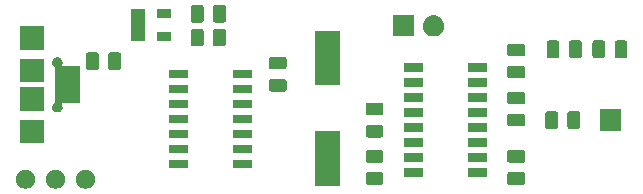
<source format=gbr>
G04 #@! TF.GenerationSoftware,KiCad,Pcbnew,5.0.2-bee76a0~70~ubuntu16.04.1*
G04 #@! TF.CreationDate,2019-07-30T15:31:50+02:00*
G04 #@! TF.ProjectId,hw-USB-RF,68772d55-5342-42d5-9246-2e6b69636164,rev?*
G04 #@! TF.SameCoordinates,Original*
G04 #@! TF.FileFunction,Soldermask,Top*
G04 #@! TF.FilePolarity,Negative*
%FSLAX46Y46*%
G04 Gerber Fmt 4.6, Leading zero omitted, Abs format (unit mm)*
G04 Created by KiCad (PCBNEW 5.0.2-bee76a0~70~ubuntu16.04.1) date Tue 30 Jul 2019 03:31:50 PM CEST*
%MOMM*%
%LPD*%
G01*
G04 APERTURE LIST*
%ADD10C,0.100000*%
G04 APERTURE END LIST*
D10*
G36*
X109697142Y-86218242D02*
X109845102Y-86279530D01*
X109978258Y-86368502D01*
X110091498Y-86481742D01*
X110180470Y-86614898D01*
X110241758Y-86762858D01*
X110273000Y-86919925D01*
X110273000Y-87080075D01*
X110241758Y-87237142D01*
X110180470Y-87385102D01*
X110091498Y-87518258D01*
X109978258Y-87631498D01*
X109845102Y-87720470D01*
X109697142Y-87781758D01*
X109540075Y-87813000D01*
X109379925Y-87813000D01*
X109222858Y-87781758D01*
X109074898Y-87720470D01*
X108941742Y-87631498D01*
X108828502Y-87518258D01*
X108739530Y-87385102D01*
X108678242Y-87237142D01*
X108647000Y-87080075D01*
X108647000Y-86919925D01*
X108678242Y-86762858D01*
X108739530Y-86614898D01*
X108828502Y-86481742D01*
X108941742Y-86368502D01*
X109074898Y-86279530D01*
X109222858Y-86218242D01*
X109379925Y-86187000D01*
X109540075Y-86187000D01*
X109697142Y-86218242D01*
X109697142Y-86218242D01*
G37*
G36*
X114777142Y-86218242D02*
X114925102Y-86279530D01*
X115058258Y-86368502D01*
X115171498Y-86481742D01*
X115260470Y-86614898D01*
X115321758Y-86762858D01*
X115353000Y-86919925D01*
X115353000Y-87080075D01*
X115321758Y-87237142D01*
X115260470Y-87385102D01*
X115171498Y-87518258D01*
X115058258Y-87631498D01*
X114925102Y-87720470D01*
X114777142Y-87781758D01*
X114620075Y-87813000D01*
X114459925Y-87813000D01*
X114302858Y-87781758D01*
X114154898Y-87720470D01*
X114021742Y-87631498D01*
X113908502Y-87518258D01*
X113819530Y-87385102D01*
X113758242Y-87237142D01*
X113727000Y-87080075D01*
X113727000Y-86919925D01*
X113758242Y-86762858D01*
X113819530Y-86614898D01*
X113908502Y-86481742D01*
X114021742Y-86368502D01*
X114154898Y-86279530D01*
X114302858Y-86218242D01*
X114459925Y-86187000D01*
X114620075Y-86187000D01*
X114777142Y-86218242D01*
X114777142Y-86218242D01*
G37*
G36*
X112237142Y-86218242D02*
X112385102Y-86279530D01*
X112518258Y-86368502D01*
X112631498Y-86481742D01*
X112720470Y-86614898D01*
X112781758Y-86762858D01*
X112813000Y-86919925D01*
X112813000Y-87080075D01*
X112781758Y-87237142D01*
X112720470Y-87385102D01*
X112631498Y-87518258D01*
X112518258Y-87631498D01*
X112385102Y-87720470D01*
X112237142Y-87781758D01*
X112080075Y-87813000D01*
X111919925Y-87813000D01*
X111762858Y-87781758D01*
X111614898Y-87720470D01*
X111481742Y-87631498D01*
X111368502Y-87518258D01*
X111279530Y-87385102D01*
X111218242Y-87237142D01*
X111187000Y-87080075D01*
X111187000Y-86919925D01*
X111218242Y-86762858D01*
X111279530Y-86614898D01*
X111368502Y-86481742D01*
X111481742Y-86368502D01*
X111614898Y-86279530D01*
X111762858Y-86218242D01*
X111919925Y-86187000D01*
X112080075Y-86187000D01*
X112237142Y-86218242D01*
X112237142Y-86218242D01*
G37*
G36*
X136051000Y-87551000D02*
X133949000Y-87551000D01*
X133949000Y-82949000D01*
X136051000Y-82949000D01*
X136051000Y-87551000D01*
X136051000Y-87551000D01*
G37*
G36*
X139584466Y-86403565D02*
X139623137Y-86415296D01*
X139658779Y-86434348D01*
X139690017Y-86459983D01*
X139715652Y-86491221D01*
X139734704Y-86526863D01*
X139746435Y-86565534D01*
X139751000Y-86611888D01*
X139751000Y-87263112D01*
X139746435Y-87309466D01*
X139734704Y-87348137D01*
X139715652Y-87383779D01*
X139690017Y-87415017D01*
X139658779Y-87440652D01*
X139623137Y-87459704D01*
X139584466Y-87471435D01*
X139538112Y-87476000D01*
X138461888Y-87476000D01*
X138415534Y-87471435D01*
X138376863Y-87459704D01*
X138341221Y-87440652D01*
X138309983Y-87415017D01*
X138284348Y-87383779D01*
X138265296Y-87348137D01*
X138253565Y-87309466D01*
X138249000Y-87263112D01*
X138249000Y-86611888D01*
X138253565Y-86565534D01*
X138265296Y-86526863D01*
X138284348Y-86491221D01*
X138309983Y-86459983D01*
X138341221Y-86434348D01*
X138376863Y-86415296D01*
X138415534Y-86403565D01*
X138461888Y-86399000D01*
X139538112Y-86399000D01*
X139584466Y-86403565D01*
X139584466Y-86403565D01*
G37*
G36*
X151584466Y-86403565D02*
X151623137Y-86415296D01*
X151658779Y-86434348D01*
X151690017Y-86459983D01*
X151715652Y-86491221D01*
X151734704Y-86526863D01*
X151746435Y-86565534D01*
X151751000Y-86611888D01*
X151751000Y-87263112D01*
X151746435Y-87309466D01*
X151734704Y-87348137D01*
X151715652Y-87383779D01*
X151690017Y-87415017D01*
X151658779Y-87440652D01*
X151623137Y-87459704D01*
X151584466Y-87471435D01*
X151538112Y-87476000D01*
X150461888Y-87476000D01*
X150415534Y-87471435D01*
X150376863Y-87459704D01*
X150341221Y-87440652D01*
X150309983Y-87415017D01*
X150284348Y-87383779D01*
X150265296Y-87348137D01*
X150253565Y-87309466D01*
X150249000Y-87263112D01*
X150249000Y-86611888D01*
X150253565Y-86565534D01*
X150265296Y-86526863D01*
X150284348Y-86491221D01*
X150309983Y-86459983D01*
X150341221Y-86434348D01*
X150376863Y-86415296D01*
X150415534Y-86403565D01*
X150461888Y-86399000D01*
X151538112Y-86399000D01*
X151584466Y-86403565D01*
X151584466Y-86403565D01*
G37*
G36*
X148501000Y-86796000D02*
X146899000Y-86796000D01*
X146899000Y-86094000D01*
X148501000Y-86094000D01*
X148501000Y-86796000D01*
X148501000Y-86796000D01*
G37*
G36*
X143101000Y-86796000D02*
X141499000Y-86796000D01*
X141499000Y-86094000D01*
X143101000Y-86094000D01*
X143101000Y-86796000D01*
X143101000Y-86796000D01*
G37*
G36*
X123196000Y-86076000D02*
X121594000Y-86076000D01*
X121594000Y-85374000D01*
X123196000Y-85374000D01*
X123196000Y-86076000D01*
X123196000Y-86076000D01*
G37*
G36*
X128596000Y-86076000D02*
X126994000Y-86076000D01*
X126994000Y-85374000D01*
X128596000Y-85374000D01*
X128596000Y-86076000D01*
X128596000Y-86076000D01*
G37*
G36*
X151584466Y-84528565D02*
X151623137Y-84540296D01*
X151658779Y-84559348D01*
X151690017Y-84584983D01*
X151715652Y-84616221D01*
X151734704Y-84651863D01*
X151746435Y-84690534D01*
X151751000Y-84736888D01*
X151751000Y-85388112D01*
X151746435Y-85434466D01*
X151734704Y-85473137D01*
X151715652Y-85508779D01*
X151690017Y-85540017D01*
X151658779Y-85565652D01*
X151623137Y-85584704D01*
X151584466Y-85596435D01*
X151538112Y-85601000D01*
X150461888Y-85601000D01*
X150415534Y-85596435D01*
X150376863Y-85584704D01*
X150341221Y-85565652D01*
X150309983Y-85540017D01*
X150284348Y-85508779D01*
X150265296Y-85473137D01*
X150253565Y-85434466D01*
X150249000Y-85388112D01*
X150249000Y-84736888D01*
X150253565Y-84690534D01*
X150265296Y-84651863D01*
X150284348Y-84616221D01*
X150309983Y-84584983D01*
X150341221Y-84559348D01*
X150376863Y-84540296D01*
X150415534Y-84528565D01*
X150461888Y-84524000D01*
X151538112Y-84524000D01*
X151584466Y-84528565D01*
X151584466Y-84528565D01*
G37*
G36*
X139584466Y-84528565D02*
X139623137Y-84540296D01*
X139658779Y-84559348D01*
X139690017Y-84584983D01*
X139715652Y-84616221D01*
X139734704Y-84651863D01*
X139746435Y-84690534D01*
X139751000Y-84736888D01*
X139751000Y-85388112D01*
X139746435Y-85434466D01*
X139734704Y-85473137D01*
X139715652Y-85508779D01*
X139690017Y-85540017D01*
X139658779Y-85565652D01*
X139623137Y-85584704D01*
X139584466Y-85596435D01*
X139538112Y-85601000D01*
X138461888Y-85601000D01*
X138415534Y-85596435D01*
X138376863Y-85584704D01*
X138341221Y-85565652D01*
X138309983Y-85540017D01*
X138284348Y-85508779D01*
X138265296Y-85473137D01*
X138253565Y-85434466D01*
X138249000Y-85388112D01*
X138249000Y-84736888D01*
X138253565Y-84690534D01*
X138265296Y-84651863D01*
X138284348Y-84616221D01*
X138309983Y-84584983D01*
X138341221Y-84559348D01*
X138376863Y-84540296D01*
X138415534Y-84528565D01*
X138461888Y-84524000D01*
X139538112Y-84524000D01*
X139584466Y-84528565D01*
X139584466Y-84528565D01*
G37*
G36*
X148501000Y-85526000D02*
X146899000Y-85526000D01*
X146899000Y-84824000D01*
X148501000Y-84824000D01*
X148501000Y-85526000D01*
X148501000Y-85526000D01*
G37*
G36*
X143101000Y-85526000D02*
X141499000Y-85526000D01*
X141499000Y-84824000D01*
X143101000Y-84824000D01*
X143101000Y-85526000D01*
X143101000Y-85526000D01*
G37*
G36*
X123196000Y-84806000D02*
X121594000Y-84806000D01*
X121594000Y-84104000D01*
X123196000Y-84104000D01*
X123196000Y-84806000D01*
X123196000Y-84806000D01*
G37*
G36*
X128596000Y-84806000D02*
X126994000Y-84806000D01*
X126994000Y-84104000D01*
X128596000Y-84104000D01*
X128596000Y-84806000D01*
X128596000Y-84806000D01*
G37*
G36*
X148501000Y-84256000D02*
X146899000Y-84256000D01*
X146899000Y-83554000D01*
X148501000Y-83554000D01*
X148501000Y-84256000D01*
X148501000Y-84256000D01*
G37*
G36*
X143101000Y-84256000D02*
X141499000Y-84256000D01*
X141499000Y-83554000D01*
X143101000Y-83554000D01*
X143101000Y-84256000D01*
X143101000Y-84256000D01*
G37*
G36*
X110999690Y-83949390D02*
X109000310Y-83949390D01*
X109000310Y-81950010D01*
X110999690Y-81950010D01*
X110999690Y-83949390D01*
X110999690Y-83949390D01*
G37*
G36*
X123196000Y-83536000D02*
X121594000Y-83536000D01*
X121594000Y-82834000D01*
X123196000Y-82834000D01*
X123196000Y-83536000D01*
X123196000Y-83536000D01*
G37*
G36*
X128596000Y-83536000D02*
X126994000Y-83536000D01*
X126994000Y-82834000D01*
X128596000Y-82834000D01*
X128596000Y-83536000D01*
X128596000Y-83536000D01*
G37*
G36*
X139584466Y-82403565D02*
X139623137Y-82415296D01*
X139658779Y-82434348D01*
X139690017Y-82459983D01*
X139715652Y-82491221D01*
X139734704Y-82526863D01*
X139746435Y-82565534D01*
X139751000Y-82611888D01*
X139751000Y-83263112D01*
X139746435Y-83309466D01*
X139734704Y-83348137D01*
X139715652Y-83383779D01*
X139690017Y-83415017D01*
X139658779Y-83440652D01*
X139623137Y-83459704D01*
X139584466Y-83471435D01*
X139538112Y-83476000D01*
X138461888Y-83476000D01*
X138415534Y-83471435D01*
X138376863Y-83459704D01*
X138341221Y-83440652D01*
X138309983Y-83415017D01*
X138284348Y-83383779D01*
X138265296Y-83348137D01*
X138253565Y-83309466D01*
X138249000Y-83263112D01*
X138249000Y-82611888D01*
X138253565Y-82565534D01*
X138265296Y-82526863D01*
X138284348Y-82491221D01*
X138309983Y-82459983D01*
X138341221Y-82434348D01*
X138376863Y-82415296D01*
X138415534Y-82403565D01*
X138461888Y-82399000D01*
X139538112Y-82399000D01*
X139584466Y-82403565D01*
X139584466Y-82403565D01*
G37*
G36*
X143101000Y-82986000D02*
X141499000Y-82986000D01*
X141499000Y-82284000D01*
X143101000Y-82284000D01*
X143101000Y-82986000D01*
X143101000Y-82986000D01*
G37*
G36*
X148501000Y-82986000D02*
X146899000Y-82986000D01*
X146899000Y-82284000D01*
X148501000Y-82284000D01*
X148501000Y-82986000D01*
X148501000Y-82986000D01*
G37*
G36*
X159901000Y-82901000D02*
X158099000Y-82901000D01*
X158099000Y-81099000D01*
X159901000Y-81099000D01*
X159901000Y-82901000D01*
X159901000Y-82901000D01*
G37*
G36*
X154371966Y-81253565D02*
X154410637Y-81265296D01*
X154446279Y-81284348D01*
X154477517Y-81309983D01*
X154503152Y-81341221D01*
X154522204Y-81376863D01*
X154533935Y-81415534D01*
X154538500Y-81461888D01*
X154538500Y-82538112D01*
X154533935Y-82584466D01*
X154522204Y-82623137D01*
X154503152Y-82658779D01*
X154477517Y-82690017D01*
X154446279Y-82715652D01*
X154410637Y-82734704D01*
X154371966Y-82746435D01*
X154325612Y-82751000D01*
X153674388Y-82751000D01*
X153628034Y-82746435D01*
X153589363Y-82734704D01*
X153553721Y-82715652D01*
X153522483Y-82690017D01*
X153496848Y-82658779D01*
X153477796Y-82623137D01*
X153466065Y-82584466D01*
X153461500Y-82538112D01*
X153461500Y-81461888D01*
X153466065Y-81415534D01*
X153477796Y-81376863D01*
X153496848Y-81341221D01*
X153522483Y-81309983D01*
X153553721Y-81284348D01*
X153589363Y-81265296D01*
X153628034Y-81253565D01*
X153674388Y-81249000D01*
X154325612Y-81249000D01*
X154371966Y-81253565D01*
X154371966Y-81253565D01*
G37*
G36*
X156246966Y-81253565D02*
X156285637Y-81265296D01*
X156321279Y-81284348D01*
X156352517Y-81309983D01*
X156378152Y-81341221D01*
X156397204Y-81376863D01*
X156408935Y-81415534D01*
X156413500Y-81461888D01*
X156413500Y-82538112D01*
X156408935Y-82584466D01*
X156397204Y-82623137D01*
X156378152Y-82658779D01*
X156352517Y-82690017D01*
X156321279Y-82715652D01*
X156285637Y-82734704D01*
X156246966Y-82746435D01*
X156200612Y-82751000D01*
X155549388Y-82751000D01*
X155503034Y-82746435D01*
X155464363Y-82734704D01*
X155428721Y-82715652D01*
X155397483Y-82690017D01*
X155371848Y-82658779D01*
X155352796Y-82623137D01*
X155341065Y-82584466D01*
X155336500Y-82538112D01*
X155336500Y-81461888D01*
X155341065Y-81415534D01*
X155352796Y-81376863D01*
X155371848Y-81341221D01*
X155397483Y-81309983D01*
X155428721Y-81284348D01*
X155464363Y-81265296D01*
X155503034Y-81253565D01*
X155549388Y-81249000D01*
X156200612Y-81249000D01*
X156246966Y-81253565D01*
X156246966Y-81253565D01*
G37*
G36*
X151584466Y-81466065D02*
X151623137Y-81477796D01*
X151658779Y-81496848D01*
X151690017Y-81522483D01*
X151715652Y-81553721D01*
X151734704Y-81589363D01*
X151746435Y-81628034D01*
X151751000Y-81674388D01*
X151751000Y-82325612D01*
X151746435Y-82371966D01*
X151734704Y-82410637D01*
X151715652Y-82446279D01*
X151690017Y-82477517D01*
X151658779Y-82503152D01*
X151623137Y-82522204D01*
X151584466Y-82533935D01*
X151538112Y-82538500D01*
X150461888Y-82538500D01*
X150415534Y-82533935D01*
X150376863Y-82522204D01*
X150341221Y-82503152D01*
X150309983Y-82477517D01*
X150284348Y-82446279D01*
X150265296Y-82410637D01*
X150253565Y-82371966D01*
X150249000Y-82325612D01*
X150249000Y-81674388D01*
X150253565Y-81628034D01*
X150265296Y-81589363D01*
X150284348Y-81553721D01*
X150309983Y-81522483D01*
X150341221Y-81496848D01*
X150376863Y-81477796D01*
X150415534Y-81466065D01*
X150461888Y-81461500D01*
X151538112Y-81461500D01*
X151584466Y-81466065D01*
X151584466Y-81466065D01*
G37*
G36*
X128596000Y-82266000D02*
X126994000Y-82266000D01*
X126994000Y-81564000D01*
X128596000Y-81564000D01*
X128596000Y-82266000D01*
X128596000Y-82266000D01*
G37*
G36*
X123196000Y-82266000D02*
X121594000Y-82266000D01*
X121594000Y-81564000D01*
X123196000Y-81564000D01*
X123196000Y-82266000D01*
X123196000Y-82266000D01*
G37*
G36*
X143101000Y-81716000D02*
X141499000Y-81716000D01*
X141499000Y-81014000D01*
X143101000Y-81014000D01*
X143101000Y-81716000D01*
X143101000Y-81716000D01*
G37*
G36*
X148501000Y-81716000D02*
X146899000Y-81716000D01*
X146899000Y-81014000D01*
X148501000Y-81014000D01*
X148501000Y-81716000D01*
X148501000Y-81716000D01*
G37*
G36*
X139584466Y-80528565D02*
X139623137Y-80540296D01*
X139658779Y-80559348D01*
X139690017Y-80584983D01*
X139715652Y-80616221D01*
X139734704Y-80651863D01*
X139746435Y-80690534D01*
X139751000Y-80736888D01*
X139751000Y-81388112D01*
X139746435Y-81434466D01*
X139734704Y-81473137D01*
X139715652Y-81508779D01*
X139690017Y-81540017D01*
X139658779Y-81565652D01*
X139623137Y-81584704D01*
X139584466Y-81596435D01*
X139538112Y-81601000D01*
X138461888Y-81601000D01*
X138415534Y-81596435D01*
X138376863Y-81584704D01*
X138341221Y-81565652D01*
X138309983Y-81540017D01*
X138284348Y-81508779D01*
X138265296Y-81473137D01*
X138253565Y-81434466D01*
X138249000Y-81388112D01*
X138249000Y-80736888D01*
X138253565Y-80690534D01*
X138265296Y-80651863D01*
X138284348Y-80616221D01*
X138309983Y-80584983D01*
X138341221Y-80559348D01*
X138376863Y-80540296D01*
X138415534Y-80528565D01*
X138461888Y-80524000D01*
X139538112Y-80524000D01*
X139584466Y-80528565D01*
X139584466Y-80528565D01*
G37*
G36*
X112280036Y-76667585D02*
X112361891Y-76701490D01*
X112432490Y-76748663D01*
X112435561Y-76750715D01*
X112498205Y-76813359D01*
X112498207Y-76813362D01*
X112547430Y-76887029D01*
X112581335Y-76968884D01*
X112598620Y-77055781D01*
X112598620Y-77144379D01*
X112581335Y-77231276D01*
X112562684Y-77276305D01*
X112555574Y-77299743D01*
X112553172Y-77324130D01*
X112555574Y-77348516D01*
X112562687Y-77371965D01*
X112574238Y-77393576D01*
X112589783Y-77412518D01*
X112608725Y-77428063D01*
X112630336Y-77439615D01*
X112653785Y-77446728D01*
X112678172Y-77449130D01*
X114051000Y-77449130D01*
X114051000Y-80550870D01*
X112676684Y-80550870D01*
X112652298Y-80553272D01*
X112628849Y-80560385D01*
X112607238Y-80571936D01*
X112588296Y-80587482D01*
X112572750Y-80606424D01*
X112561199Y-80628035D01*
X112554086Y-80651484D01*
X112551684Y-80675870D01*
X112554086Y-80700256D01*
X112561196Y-80723695D01*
X112578795Y-80766184D01*
X112596080Y-80853081D01*
X112596080Y-80941679D01*
X112578795Y-81028576D01*
X112544890Y-81110431D01*
X112495998Y-81183603D01*
X112495665Y-81184101D01*
X112433021Y-81246745D01*
X112433018Y-81246747D01*
X112359351Y-81295970D01*
X112277496Y-81329875D01*
X112190599Y-81347160D01*
X112102001Y-81347160D01*
X112015104Y-81329875D01*
X111933249Y-81295970D01*
X111859582Y-81246747D01*
X111859579Y-81246745D01*
X111796935Y-81184101D01*
X111796602Y-81183603D01*
X111747710Y-81110431D01*
X111713805Y-81028576D01*
X111696520Y-80941679D01*
X111696520Y-80853081D01*
X111713805Y-80766184D01*
X111747710Y-80684329D01*
X111796933Y-80610662D01*
X111796935Y-80610659D01*
X111859579Y-80548015D01*
X111878104Y-80535637D01*
X111893448Y-80525384D01*
X111912388Y-80509841D01*
X111927933Y-80490899D01*
X111939485Y-80469288D01*
X111946598Y-80445839D01*
X111949000Y-80421452D01*
X111949000Y-77574311D01*
X111946598Y-77549925D01*
X111939485Y-77526476D01*
X111927934Y-77504865D01*
X111912388Y-77485923D01*
X111893446Y-77470377D01*
X111862119Y-77449445D01*
X111799475Y-77386801D01*
X111773894Y-77348516D01*
X111750250Y-77313131D01*
X111716345Y-77231276D01*
X111699060Y-77144379D01*
X111699060Y-77055781D01*
X111716345Y-76968884D01*
X111750250Y-76887029D01*
X111799473Y-76813362D01*
X111799475Y-76813359D01*
X111862119Y-76750715D01*
X111865190Y-76748663D01*
X111935789Y-76701490D01*
X112017644Y-76667585D01*
X112104541Y-76650300D01*
X112193139Y-76650300D01*
X112280036Y-76667585D01*
X112280036Y-76667585D01*
G37*
G36*
X110999690Y-81198570D02*
X109000310Y-81198570D01*
X109000310Y-79199190D01*
X110999690Y-79199190D01*
X110999690Y-81198570D01*
X110999690Y-81198570D01*
G37*
G36*
X123196000Y-80996000D02*
X121594000Y-80996000D01*
X121594000Y-80294000D01*
X123196000Y-80294000D01*
X123196000Y-80996000D01*
X123196000Y-80996000D01*
G37*
G36*
X128596000Y-80996000D02*
X126994000Y-80996000D01*
X126994000Y-80294000D01*
X128596000Y-80294000D01*
X128596000Y-80996000D01*
X128596000Y-80996000D01*
G37*
G36*
X151584466Y-79591065D02*
X151623137Y-79602796D01*
X151658779Y-79621848D01*
X151690017Y-79647483D01*
X151715652Y-79678721D01*
X151734704Y-79714363D01*
X151746435Y-79753034D01*
X151751000Y-79799388D01*
X151751000Y-80450612D01*
X151746435Y-80496966D01*
X151734704Y-80535637D01*
X151715652Y-80571279D01*
X151690017Y-80602517D01*
X151658779Y-80628152D01*
X151623137Y-80647204D01*
X151584466Y-80658935D01*
X151538112Y-80663500D01*
X150461888Y-80663500D01*
X150415534Y-80658935D01*
X150376863Y-80647204D01*
X150341221Y-80628152D01*
X150309983Y-80602517D01*
X150284348Y-80571279D01*
X150265296Y-80535637D01*
X150253565Y-80496966D01*
X150249000Y-80450612D01*
X150249000Y-79799388D01*
X150253565Y-79753034D01*
X150265296Y-79714363D01*
X150284348Y-79678721D01*
X150309983Y-79647483D01*
X150341221Y-79621848D01*
X150376863Y-79602796D01*
X150415534Y-79591065D01*
X150461888Y-79586500D01*
X151538112Y-79586500D01*
X151584466Y-79591065D01*
X151584466Y-79591065D01*
G37*
G36*
X143101000Y-80446000D02*
X141499000Y-80446000D01*
X141499000Y-79744000D01*
X143101000Y-79744000D01*
X143101000Y-80446000D01*
X143101000Y-80446000D01*
G37*
G36*
X148501000Y-80446000D02*
X146899000Y-80446000D01*
X146899000Y-79744000D01*
X148501000Y-79744000D01*
X148501000Y-80446000D01*
X148501000Y-80446000D01*
G37*
G36*
X128596000Y-79726000D02*
X126994000Y-79726000D01*
X126994000Y-79024000D01*
X128596000Y-79024000D01*
X128596000Y-79726000D01*
X128596000Y-79726000D01*
G37*
G36*
X123196000Y-79726000D02*
X121594000Y-79726000D01*
X121594000Y-79024000D01*
X123196000Y-79024000D01*
X123196000Y-79726000D01*
X123196000Y-79726000D01*
G37*
G36*
X131394466Y-78508565D02*
X131433137Y-78520296D01*
X131468779Y-78539348D01*
X131500017Y-78564983D01*
X131525652Y-78596221D01*
X131544704Y-78631863D01*
X131556435Y-78670534D01*
X131561000Y-78716888D01*
X131561000Y-79368112D01*
X131556435Y-79414466D01*
X131544704Y-79453137D01*
X131525652Y-79488779D01*
X131500017Y-79520017D01*
X131468779Y-79545652D01*
X131433137Y-79564704D01*
X131394466Y-79576435D01*
X131348112Y-79581000D01*
X130271888Y-79581000D01*
X130225534Y-79576435D01*
X130186863Y-79564704D01*
X130151221Y-79545652D01*
X130119983Y-79520017D01*
X130094348Y-79488779D01*
X130075296Y-79453137D01*
X130063565Y-79414466D01*
X130059000Y-79368112D01*
X130059000Y-78716888D01*
X130063565Y-78670534D01*
X130075296Y-78631863D01*
X130094348Y-78596221D01*
X130119983Y-78564983D01*
X130151221Y-78539348D01*
X130186863Y-78520296D01*
X130225534Y-78508565D01*
X130271888Y-78504000D01*
X131348112Y-78504000D01*
X131394466Y-78508565D01*
X131394466Y-78508565D01*
G37*
G36*
X148501000Y-79176000D02*
X146899000Y-79176000D01*
X146899000Y-78474000D01*
X148501000Y-78474000D01*
X148501000Y-79176000D01*
X148501000Y-79176000D01*
G37*
G36*
X143101000Y-79176000D02*
X141499000Y-79176000D01*
X141499000Y-78474000D01*
X143101000Y-78474000D01*
X143101000Y-79176000D01*
X143101000Y-79176000D01*
G37*
G36*
X136051000Y-79051000D02*
X133949000Y-79051000D01*
X133949000Y-74449000D01*
X136051000Y-74449000D01*
X136051000Y-79051000D01*
X136051000Y-79051000D01*
G37*
G36*
X110999690Y-78800810D02*
X109000310Y-78800810D01*
X109000310Y-76801430D01*
X110999690Y-76801430D01*
X110999690Y-78800810D01*
X110999690Y-78800810D01*
G37*
G36*
X151584466Y-77403565D02*
X151623137Y-77415296D01*
X151658779Y-77434348D01*
X151690017Y-77459983D01*
X151715652Y-77491221D01*
X151734704Y-77526863D01*
X151746435Y-77565534D01*
X151751000Y-77611888D01*
X151751000Y-78263112D01*
X151746435Y-78309466D01*
X151734704Y-78348137D01*
X151715652Y-78383779D01*
X151690017Y-78415017D01*
X151658779Y-78440652D01*
X151623137Y-78459704D01*
X151584466Y-78471435D01*
X151538112Y-78476000D01*
X150461888Y-78476000D01*
X150415534Y-78471435D01*
X150376863Y-78459704D01*
X150341221Y-78440652D01*
X150309983Y-78415017D01*
X150284348Y-78383779D01*
X150265296Y-78348137D01*
X150253565Y-78309466D01*
X150249000Y-78263112D01*
X150249000Y-77611888D01*
X150253565Y-77565534D01*
X150265296Y-77526863D01*
X150284348Y-77491221D01*
X150309983Y-77459983D01*
X150341221Y-77434348D01*
X150376863Y-77415296D01*
X150415534Y-77403565D01*
X150461888Y-77399000D01*
X151538112Y-77399000D01*
X151584466Y-77403565D01*
X151584466Y-77403565D01*
G37*
G36*
X128596000Y-78456000D02*
X126994000Y-78456000D01*
X126994000Y-77754000D01*
X128596000Y-77754000D01*
X128596000Y-78456000D01*
X128596000Y-78456000D01*
G37*
G36*
X123196000Y-78456000D02*
X121594000Y-78456000D01*
X121594000Y-77754000D01*
X123196000Y-77754000D01*
X123196000Y-78456000D01*
X123196000Y-78456000D01*
G37*
G36*
X148501000Y-77906000D02*
X146899000Y-77906000D01*
X146899000Y-77204000D01*
X148501000Y-77204000D01*
X148501000Y-77906000D01*
X148501000Y-77906000D01*
G37*
G36*
X143101000Y-77906000D02*
X141499000Y-77906000D01*
X141499000Y-77204000D01*
X143101000Y-77204000D01*
X143101000Y-77906000D01*
X143101000Y-77906000D01*
G37*
G36*
X115496966Y-76253565D02*
X115535637Y-76265296D01*
X115571279Y-76284348D01*
X115602517Y-76309983D01*
X115628152Y-76341221D01*
X115647204Y-76376863D01*
X115658935Y-76415534D01*
X115663500Y-76461888D01*
X115663500Y-77538112D01*
X115658935Y-77584466D01*
X115647204Y-77623137D01*
X115628152Y-77658779D01*
X115602517Y-77690017D01*
X115571279Y-77715652D01*
X115535637Y-77734704D01*
X115496966Y-77746435D01*
X115450612Y-77751000D01*
X114799388Y-77751000D01*
X114753034Y-77746435D01*
X114714363Y-77734704D01*
X114678721Y-77715652D01*
X114647483Y-77690017D01*
X114621848Y-77658779D01*
X114602796Y-77623137D01*
X114591065Y-77584466D01*
X114586500Y-77538112D01*
X114586500Y-76461888D01*
X114591065Y-76415534D01*
X114602796Y-76376863D01*
X114621848Y-76341221D01*
X114647483Y-76309983D01*
X114678721Y-76284348D01*
X114714363Y-76265296D01*
X114753034Y-76253565D01*
X114799388Y-76249000D01*
X115450612Y-76249000D01*
X115496966Y-76253565D01*
X115496966Y-76253565D01*
G37*
G36*
X117371966Y-76253565D02*
X117410637Y-76265296D01*
X117446279Y-76284348D01*
X117477517Y-76309983D01*
X117503152Y-76341221D01*
X117522204Y-76376863D01*
X117533935Y-76415534D01*
X117538500Y-76461888D01*
X117538500Y-77538112D01*
X117533935Y-77584466D01*
X117522204Y-77623137D01*
X117503152Y-77658779D01*
X117477517Y-77690017D01*
X117446279Y-77715652D01*
X117410637Y-77734704D01*
X117371966Y-77746435D01*
X117325612Y-77751000D01*
X116674388Y-77751000D01*
X116628034Y-77746435D01*
X116589363Y-77734704D01*
X116553721Y-77715652D01*
X116522483Y-77690017D01*
X116496848Y-77658779D01*
X116477796Y-77623137D01*
X116466065Y-77584466D01*
X116461500Y-77538112D01*
X116461500Y-76461888D01*
X116466065Y-76415534D01*
X116477796Y-76376863D01*
X116496848Y-76341221D01*
X116522483Y-76309983D01*
X116553721Y-76284348D01*
X116589363Y-76265296D01*
X116628034Y-76253565D01*
X116674388Y-76249000D01*
X117325612Y-76249000D01*
X117371966Y-76253565D01*
X117371966Y-76253565D01*
G37*
G36*
X131394466Y-76633565D02*
X131433137Y-76645296D01*
X131468779Y-76664348D01*
X131500017Y-76689983D01*
X131525652Y-76721221D01*
X131544704Y-76756863D01*
X131556435Y-76795534D01*
X131561000Y-76841888D01*
X131561000Y-77493112D01*
X131556435Y-77539466D01*
X131544704Y-77578137D01*
X131525652Y-77613779D01*
X131500017Y-77645017D01*
X131468779Y-77670652D01*
X131433137Y-77689704D01*
X131394466Y-77701435D01*
X131348112Y-77706000D01*
X130271888Y-77706000D01*
X130225534Y-77701435D01*
X130186863Y-77689704D01*
X130151221Y-77670652D01*
X130119983Y-77645017D01*
X130094348Y-77613779D01*
X130075296Y-77578137D01*
X130063565Y-77539466D01*
X130059000Y-77493112D01*
X130059000Y-76841888D01*
X130063565Y-76795534D01*
X130075296Y-76756863D01*
X130094348Y-76721221D01*
X130119983Y-76689983D01*
X130151221Y-76664348D01*
X130186863Y-76645296D01*
X130225534Y-76633565D01*
X130271888Y-76629000D01*
X131348112Y-76629000D01*
X131394466Y-76633565D01*
X131394466Y-76633565D01*
G37*
G36*
X154496966Y-75253565D02*
X154535637Y-75265296D01*
X154571279Y-75284348D01*
X154602517Y-75309983D01*
X154628152Y-75341221D01*
X154647204Y-75376863D01*
X154658935Y-75415534D01*
X154663500Y-75461888D01*
X154663500Y-76538112D01*
X154658935Y-76584466D01*
X154647204Y-76623137D01*
X154628152Y-76658779D01*
X154602517Y-76690017D01*
X154571279Y-76715652D01*
X154535637Y-76734704D01*
X154496966Y-76746435D01*
X154450612Y-76751000D01*
X153799388Y-76751000D01*
X153753034Y-76746435D01*
X153714363Y-76734704D01*
X153678721Y-76715652D01*
X153647483Y-76690017D01*
X153621848Y-76658779D01*
X153602796Y-76623137D01*
X153591065Y-76584466D01*
X153586500Y-76538112D01*
X153586500Y-75461888D01*
X153591065Y-75415534D01*
X153602796Y-75376863D01*
X153621848Y-75341221D01*
X153647483Y-75309983D01*
X153678721Y-75284348D01*
X153714363Y-75265296D01*
X153753034Y-75253565D01*
X153799388Y-75249000D01*
X154450612Y-75249000D01*
X154496966Y-75253565D01*
X154496966Y-75253565D01*
G37*
G36*
X156371966Y-75253565D02*
X156410637Y-75265296D01*
X156446279Y-75284348D01*
X156477517Y-75309983D01*
X156503152Y-75341221D01*
X156522204Y-75376863D01*
X156533935Y-75415534D01*
X156538500Y-75461888D01*
X156538500Y-76538112D01*
X156533935Y-76584466D01*
X156522204Y-76623137D01*
X156503152Y-76658779D01*
X156477517Y-76690017D01*
X156446279Y-76715652D01*
X156410637Y-76734704D01*
X156371966Y-76746435D01*
X156325612Y-76751000D01*
X155674388Y-76751000D01*
X155628034Y-76746435D01*
X155589363Y-76734704D01*
X155553721Y-76715652D01*
X155522483Y-76690017D01*
X155496848Y-76658779D01*
X155477796Y-76623137D01*
X155466065Y-76584466D01*
X155461500Y-76538112D01*
X155461500Y-75461888D01*
X155466065Y-75415534D01*
X155477796Y-75376863D01*
X155496848Y-75341221D01*
X155522483Y-75309983D01*
X155553721Y-75284348D01*
X155589363Y-75265296D01*
X155628034Y-75253565D01*
X155674388Y-75249000D01*
X156325612Y-75249000D01*
X156371966Y-75253565D01*
X156371966Y-75253565D01*
G37*
G36*
X158371966Y-75253565D02*
X158410637Y-75265296D01*
X158446279Y-75284348D01*
X158477517Y-75309983D01*
X158503152Y-75341221D01*
X158522204Y-75376863D01*
X158533935Y-75415534D01*
X158538500Y-75461888D01*
X158538500Y-76538112D01*
X158533935Y-76584466D01*
X158522204Y-76623137D01*
X158503152Y-76658779D01*
X158477517Y-76690017D01*
X158446279Y-76715652D01*
X158410637Y-76734704D01*
X158371966Y-76746435D01*
X158325612Y-76751000D01*
X157674388Y-76751000D01*
X157628034Y-76746435D01*
X157589363Y-76734704D01*
X157553721Y-76715652D01*
X157522483Y-76690017D01*
X157496848Y-76658779D01*
X157477796Y-76623137D01*
X157466065Y-76584466D01*
X157461500Y-76538112D01*
X157461500Y-75461888D01*
X157466065Y-75415534D01*
X157477796Y-75376863D01*
X157496848Y-75341221D01*
X157522483Y-75309983D01*
X157553721Y-75284348D01*
X157589363Y-75265296D01*
X157628034Y-75253565D01*
X157674388Y-75249000D01*
X158325612Y-75249000D01*
X158371966Y-75253565D01*
X158371966Y-75253565D01*
G37*
G36*
X160246966Y-75253565D02*
X160285637Y-75265296D01*
X160321279Y-75284348D01*
X160352517Y-75309983D01*
X160378152Y-75341221D01*
X160397204Y-75376863D01*
X160408935Y-75415534D01*
X160413500Y-75461888D01*
X160413500Y-76538112D01*
X160408935Y-76584466D01*
X160397204Y-76623137D01*
X160378152Y-76658779D01*
X160352517Y-76690017D01*
X160321279Y-76715652D01*
X160285637Y-76734704D01*
X160246966Y-76746435D01*
X160200612Y-76751000D01*
X159549388Y-76751000D01*
X159503034Y-76746435D01*
X159464363Y-76734704D01*
X159428721Y-76715652D01*
X159397483Y-76690017D01*
X159371848Y-76658779D01*
X159352796Y-76623137D01*
X159341065Y-76584466D01*
X159336500Y-76538112D01*
X159336500Y-75461888D01*
X159341065Y-75415534D01*
X159352796Y-75376863D01*
X159371848Y-75341221D01*
X159397483Y-75309983D01*
X159428721Y-75284348D01*
X159464363Y-75265296D01*
X159503034Y-75253565D01*
X159549388Y-75249000D01*
X160200612Y-75249000D01*
X160246966Y-75253565D01*
X160246966Y-75253565D01*
G37*
G36*
X151584466Y-75528565D02*
X151623137Y-75540296D01*
X151658779Y-75559348D01*
X151690017Y-75584983D01*
X151715652Y-75616221D01*
X151734704Y-75651863D01*
X151746435Y-75690534D01*
X151751000Y-75736888D01*
X151751000Y-76388112D01*
X151746435Y-76434466D01*
X151734704Y-76473137D01*
X151715652Y-76508779D01*
X151690017Y-76540017D01*
X151658779Y-76565652D01*
X151623137Y-76584704D01*
X151584466Y-76596435D01*
X151538112Y-76601000D01*
X150461888Y-76601000D01*
X150415534Y-76596435D01*
X150376863Y-76584704D01*
X150341221Y-76565652D01*
X150309983Y-76540017D01*
X150284348Y-76508779D01*
X150265296Y-76473137D01*
X150253565Y-76434466D01*
X150249000Y-76388112D01*
X150249000Y-75736888D01*
X150253565Y-75690534D01*
X150265296Y-75651863D01*
X150284348Y-75616221D01*
X150309983Y-75584983D01*
X150341221Y-75559348D01*
X150376863Y-75540296D01*
X150415534Y-75528565D01*
X150461888Y-75524000D01*
X151538112Y-75524000D01*
X151584466Y-75528565D01*
X151584466Y-75528565D01*
G37*
G36*
X110999690Y-76049990D02*
X109000310Y-76049990D01*
X109000310Y-74050610D01*
X110999690Y-74050610D01*
X110999690Y-76049990D01*
X110999690Y-76049990D01*
G37*
G36*
X126246966Y-74253565D02*
X126285637Y-74265296D01*
X126321279Y-74284348D01*
X126352517Y-74309983D01*
X126378152Y-74341221D01*
X126397204Y-74376863D01*
X126408935Y-74415534D01*
X126413500Y-74461888D01*
X126413500Y-75538112D01*
X126408935Y-75584466D01*
X126397204Y-75623137D01*
X126378152Y-75658779D01*
X126352517Y-75690017D01*
X126321279Y-75715652D01*
X126285637Y-75734704D01*
X126246966Y-75746435D01*
X126200612Y-75751000D01*
X125549388Y-75751000D01*
X125503034Y-75746435D01*
X125464363Y-75734704D01*
X125428721Y-75715652D01*
X125397483Y-75690017D01*
X125371848Y-75658779D01*
X125352796Y-75623137D01*
X125341065Y-75584466D01*
X125336500Y-75538112D01*
X125336500Y-74461888D01*
X125341065Y-74415534D01*
X125352796Y-74376863D01*
X125371848Y-74341221D01*
X125397483Y-74309983D01*
X125428721Y-74284348D01*
X125464363Y-74265296D01*
X125503034Y-74253565D01*
X125549388Y-74249000D01*
X126200612Y-74249000D01*
X126246966Y-74253565D01*
X126246966Y-74253565D01*
G37*
G36*
X124371966Y-74253565D02*
X124410637Y-74265296D01*
X124446279Y-74284348D01*
X124477517Y-74309983D01*
X124503152Y-74341221D01*
X124522204Y-74376863D01*
X124533935Y-74415534D01*
X124538500Y-74461888D01*
X124538500Y-75538112D01*
X124533935Y-75584466D01*
X124522204Y-75623137D01*
X124503152Y-75658779D01*
X124477517Y-75690017D01*
X124446279Y-75715652D01*
X124410637Y-75734704D01*
X124371966Y-75746435D01*
X124325612Y-75751000D01*
X123674388Y-75751000D01*
X123628034Y-75746435D01*
X123589363Y-75734704D01*
X123553721Y-75715652D01*
X123522483Y-75690017D01*
X123496848Y-75658779D01*
X123477796Y-75623137D01*
X123466065Y-75584466D01*
X123461500Y-75538112D01*
X123461500Y-74461888D01*
X123466065Y-74415534D01*
X123477796Y-74376863D01*
X123496848Y-74341221D01*
X123522483Y-74309983D01*
X123553721Y-74284348D01*
X123589363Y-74265296D01*
X123628034Y-74253565D01*
X123674388Y-74249000D01*
X124325612Y-74249000D01*
X124371966Y-74253565D01*
X124371966Y-74253565D01*
G37*
G36*
X121781000Y-75276000D02*
X120619000Y-75276000D01*
X120619000Y-74524000D01*
X121781000Y-74524000D01*
X121781000Y-75276000D01*
X121781000Y-75276000D01*
G37*
G36*
X119581000Y-75276000D02*
X118419000Y-75276000D01*
X118419000Y-72624000D01*
X119581000Y-72624000D01*
X119581000Y-75276000D01*
X119581000Y-75276000D01*
G37*
G36*
X144110442Y-73105518D02*
X144176627Y-73112037D01*
X144289853Y-73146384D01*
X144346467Y-73163557D01*
X144485087Y-73237652D01*
X144502991Y-73247222D01*
X144538729Y-73276552D01*
X144640186Y-73359814D01*
X144723448Y-73461271D01*
X144752778Y-73497009D01*
X144752779Y-73497011D01*
X144836443Y-73653533D01*
X144836443Y-73653534D01*
X144887963Y-73823373D01*
X144905359Y-74000000D01*
X144887963Y-74176627D01*
X144859792Y-74269495D01*
X144836443Y-74346467D01*
X144799697Y-74415212D01*
X144752778Y-74502991D01*
X144740255Y-74518250D01*
X144640186Y-74640186D01*
X144538729Y-74723448D01*
X144502991Y-74752778D01*
X144502989Y-74752779D01*
X144346467Y-74836443D01*
X144289853Y-74853616D01*
X144176627Y-74887963D01*
X144110443Y-74894481D01*
X144044260Y-74901000D01*
X143955740Y-74901000D01*
X143889557Y-74894481D01*
X143823373Y-74887963D01*
X143710147Y-74853616D01*
X143653533Y-74836443D01*
X143497011Y-74752779D01*
X143497009Y-74752778D01*
X143461271Y-74723448D01*
X143359814Y-74640186D01*
X143259745Y-74518250D01*
X143247222Y-74502991D01*
X143200303Y-74415212D01*
X143163557Y-74346467D01*
X143140208Y-74269495D01*
X143112037Y-74176627D01*
X143094641Y-74000000D01*
X143112037Y-73823373D01*
X143163557Y-73653534D01*
X143163557Y-73653533D01*
X143247221Y-73497011D01*
X143247222Y-73497009D01*
X143276552Y-73461271D01*
X143359814Y-73359814D01*
X143461271Y-73276552D01*
X143497009Y-73247222D01*
X143514913Y-73237652D01*
X143653533Y-73163557D01*
X143710147Y-73146384D01*
X143823373Y-73112037D01*
X143889558Y-73105518D01*
X143955740Y-73099000D01*
X144044260Y-73099000D01*
X144110442Y-73105518D01*
X144110442Y-73105518D01*
G37*
G36*
X142361000Y-74901000D02*
X140559000Y-74901000D01*
X140559000Y-73099000D01*
X142361000Y-73099000D01*
X142361000Y-74901000D01*
X142361000Y-74901000D01*
G37*
G36*
X126246966Y-72253565D02*
X126285637Y-72265296D01*
X126321279Y-72284348D01*
X126352517Y-72309983D01*
X126378152Y-72341221D01*
X126397204Y-72376863D01*
X126408935Y-72415534D01*
X126413500Y-72461888D01*
X126413500Y-73538112D01*
X126408935Y-73584466D01*
X126397204Y-73623137D01*
X126378152Y-73658779D01*
X126352517Y-73690017D01*
X126321279Y-73715652D01*
X126285637Y-73734704D01*
X126246966Y-73746435D01*
X126200612Y-73751000D01*
X125549388Y-73751000D01*
X125503034Y-73746435D01*
X125464363Y-73734704D01*
X125428721Y-73715652D01*
X125397483Y-73690017D01*
X125371848Y-73658779D01*
X125352796Y-73623137D01*
X125341065Y-73584466D01*
X125336500Y-73538112D01*
X125336500Y-72461888D01*
X125341065Y-72415534D01*
X125352796Y-72376863D01*
X125371848Y-72341221D01*
X125397483Y-72309983D01*
X125428721Y-72284348D01*
X125464363Y-72265296D01*
X125503034Y-72253565D01*
X125549388Y-72249000D01*
X126200612Y-72249000D01*
X126246966Y-72253565D01*
X126246966Y-72253565D01*
G37*
G36*
X124371966Y-72253565D02*
X124410637Y-72265296D01*
X124446279Y-72284348D01*
X124477517Y-72309983D01*
X124503152Y-72341221D01*
X124522204Y-72376863D01*
X124533935Y-72415534D01*
X124538500Y-72461888D01*
X124538500Y-73538112D01*
X124533935Y-73584466D01*
X124522204Y-73623137D01*
X124503152Y-73658779D01*
X124477517Y-73690017D01*
X124446279Y-73715652D01*
X124410637Y-73734704D01*
X124371966Y-73746435D01*
X124325612Y-73751000D01*
X123674388Y-73751000D01*
X123628034Y-73746435D01*
X123589363Y-73734704D01*
X123553721Y-73715652D01*
X123522483Y-73690017D01*
X123496848Y-73658779D01*
X123477796Y-73623137D01*
X123466065Y-73584466D01*
X123461500Y-73538112D01*
X123461500Y-72461888D01*
X123466065Y-72415534D01*
X123477796Y-72376863D01*
X123496848Y-72341221D01*
X123522483Y-72309983D01*
X123553721Y-72284348D01*
X123589363Y-72265296D01*
X123628034Y-72253565D01*
X123674388Y-72249000D01*
X124325612Y-72249000D01*
X124371966Y-72253565D01*
X124371966Y-72253565D01*
G37*
G36*
X121781000Y-73376000D02*
X120619000Y-73376000D01*
X120619000Y-72624000D01*
X121781000Y-72624000D01*
X121781000Y-73376000D01*
X121781000Y-73376000D01*
G37*
M02*

</source>
